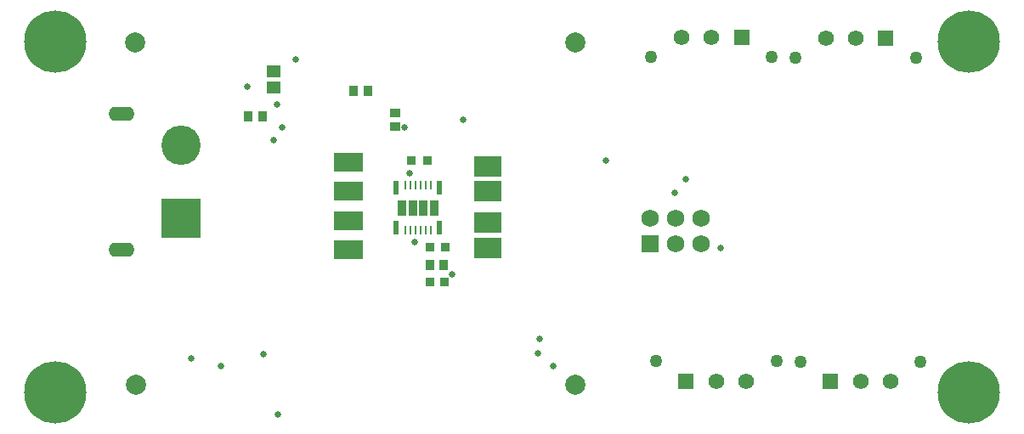
<source format=gbr>
%TF.GenerationSoftware,Altium Limited,Altium Designer,25.4.2 (15)*%
G04 Layer_Color=16711935*
%FSLAX45Y45*%
%MOMM*%
%TF.SameCoordinates,B4779AD4-EA5A-4B61-8BD4-7CBBBCF1F94B*%
%TF.FilePolarity,Negative*%
%TF.FileFunction,Soldermask,Bot*%
%TF.Part,Single*%
G01*
G75*
%TA.AperFunction,SMDPad,CuDef*%
%ADD10R,0.85872X0.91213*%
%TA.AperFunction,ComponentPad*%
%ADD29R,1.57000X1.57000*%
%ADD30C,1.57000*%
%ADD31C,1.27000*%
%TA.AperFunction,SMDPad,CuDef*%
%ADD33R,0.93504X0.96213*%
%ADD37R,2.90415X1.85263*%
%ADD38R,0.50000X1.40000*%
%ADD39R,0.25000X0.90000*%
%ADD40R,0.87500X1.58000*%
%ADD41R,1.45620X1.30464*%
%ADD42R,2.80620X2.10292*%
%TA.AperFunction,ComponentPad*%
%ADD56C,2.00000*%
%ADD57C,1.75000*%
%ADD58R,1.75000X1.75000*%
%ADD59O,2.60000X1.40000*%
%ADD60R,3.91600X3.91600*%
%ADD61C,3.91600*%
%TA.AperFunction,ViaPad*%
%ADD62C,0.65000*%
%TA.AperFunction,SMDPad,CuDef*%
%ADD63R,0.90000X1.10000*%
%ADD64R,1.10000X0.90000*%
%TA.AperFunction,ViaPad*%
%ADD65C,6.20320*%
D10*
X4103571Y2710525D02*
D03*
X3948229D02*
D03*
X4285000Y1850000D02*
D03*
X4129659D02*
D03*
D29*
X7234200Y3938300D02*
D03*
X8673126Y3931700D02*
D03*
X6681174Y515400D02*
D03*
X8120100Y509900D02*
D03*
D30*
X6934200Y3938300D02*
D03*
X6634200D02*
D03*
X8373126Y3931700D02*
D03*
X8073126D02*
D03*
X6981174Y515400D02*
D03*
X7281174D02*
D03*
X8420100Y509900D02*
D03*
X8720100D02*
D03*
D31*
X6334200Y3742300D02*
D03*
X7534200D02*
D03*
X7773126Y3735700D02*
D03*
X8973126D02*
D03*
X7581174Y711400D02*
D03*
X6381174D02*
D03*
X9020100Y705900D02*
D03*
X7820100D02*
D03*
D33*
X4128461Y1500000D02*
D03*
X4271539D02*
D03*
D37*
X3320000Y2692525D02*
D03*
Y2407476D02*
D03*
Y2112525D02*
D03*
Y1827476D02*
D03*
D38*
X3795700Y2442600D02*
D03*
X4225700D02*
D03*
Y2042600D02*
D03*
X3795700D02*
D03*
D39*
X3888200Y2467600D02*
D03*
X3938200D02*
D03*
X3988200D02*
D03*
X4038200D02*
D03*
X4088200D02*
D03*
X4138200D02*
D03*
Y2017600D02*
D03*
X4088200D02*
D03*
X4038200D02*
D03*
X3988200D02*
D03*
X3938200D02*
D03*
X3888200D02*
D03*
D40*
X3851900Y2242600D02*
D03*
X3959400D02*
D03*
X4067000D02*
D03*
X4174500D02*
D03*
D41*
X2570000Y3439422D02*
D03*
Y3600578D02*
D03*
D42*
X4705000Y2655061D02*
D03*
Y2404939D02*
D03*
Y1844939D02*
D03*
Y2095061D02*
D03*
D56*
X1196340Y3893600D02*
D03*
X1197900Y479840D02*
D03*
X5582920D02*
D03*
Y3893600D02*
D03*
D57*
X6832625Y2141000D02*
D03*
X6578625D02*
D03*
X6324625D02*
D03*
X6832625Y1887000D02*
D03*
X6578625D02*
D03*
D58*
X6324625D02*
D03*
D59*
X1054100Y1826300D02*
D03*
Y3176300D02*
D03*
D60*
X1654100Y2141300D02*
D03*
D61*
Y2861300D02*
D03*
D62*
X6680000Y2530000D02*
D03*
X3977800Y1901007D02*
D03*
X3880000Y3040000D02*
D03*
X2570000Y2920000D02*
D03*
X2655600Y3040000D02*
D03*
X2610000Y3270000D02*
D03*
X2790000Y3720000D02*
D03*
X4350000Y1575000D02*
D03*
X5207700Y794500D02*
D03*
X2467700Y784500D02*
D03*
X7023100Y1840900D02*
D03*
X2311400Y3449100D02*
D03*
X2046600Y665900D02*
D03*
X1752600Y744000D02*
D03*
X5219700Y934500D02*
D03*
X5357525Y665900D02*
D03*
X6565900Y2395000D02*
D03*
X5880100Y2712500D02*
D03*
X4457700Y3118900D02*
D03*
X3924300Y2585500D02*
D03*
X2616200Y185200D02*
D03*
D63*
X4270000Y1675000D02*
D03*
X4130000D02*
D03*
X3511700Y3411000D02*
D03*
X3371700D02*
D03*
X2460000Y3150000D02*
D03*
X2320000D02*
D03*
D64*
X3780000Y3190000D02*
D03*
Y3050000D02*
D03*
D65*
X9500000Y3900000D02*
D03*
Y400000D02*
D03*
X400000Y3900000D02*
D03*
Y400000D02*
D03*
%TF.MD5,5c7184caea12103283b124abb720cfb8*%
M02*

</source>
